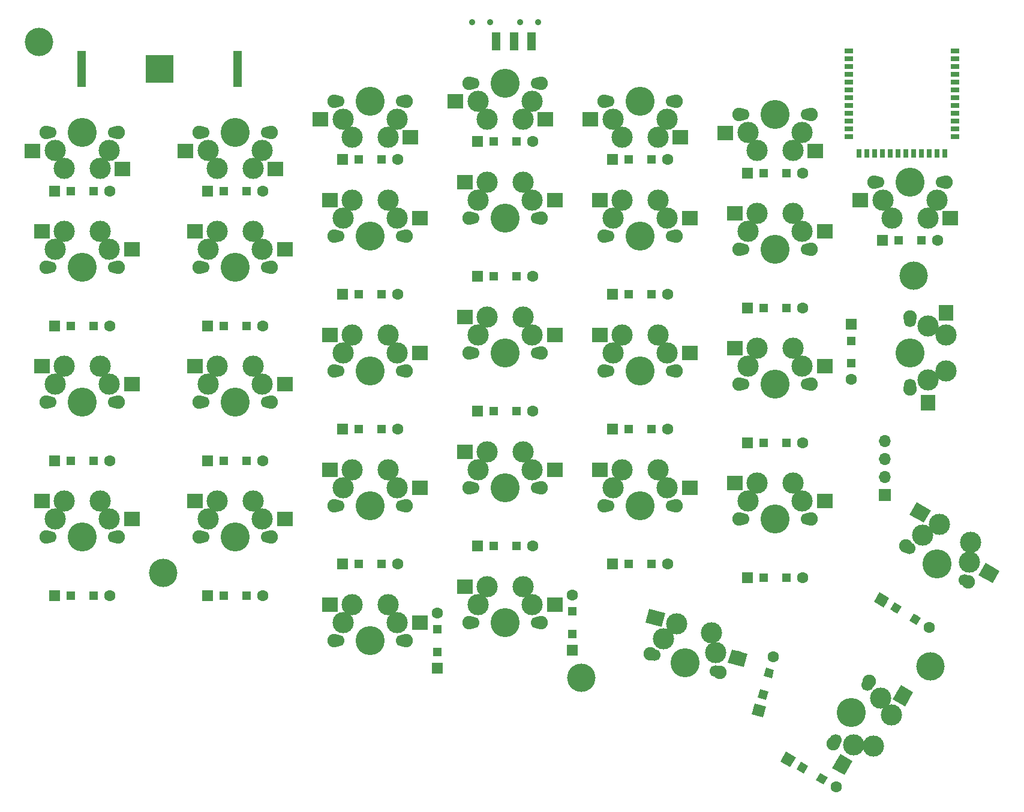
<source format=gts>
G04 #@! TF.GenerationSoftware,KiCad,Pcbnew,(5.1.2)-2*
G04 #@! TF.CreationDate,2019-10-26T12:53:45+08:00*
G04 #@! TF.ProjectId,redox_rev1_routed3,7265646f-785f-4726-9576-315f726f7574,1.0*
G04 #@! TF.SameCoordinates,Original*
G04 #@! TF.FileFunction,Soldermask,Top*
G04 #@! TF.FilePolarity,Negative*
%FSLAX46Y46*%
G04 Gerber Fmt 4.6, Leading zero omitted, Abs format (unit mm)*
G04 Created by KiCad (PCBNEW (5.1.2)-2) date 2019-10-26 12:53:45*
%MOMM*%
%LPD*%
G04 APERTURE LIST*
%ADD10C,4.000000*%
%ADD11C,1.700000*%
%ADD12C,1.900000*%
%ADD13C,4.100000*%
%ADD14C,3.000000*%
%ADD15C,2.000000*%
%ADD16C,0.100000*%
%ADD17R,2.300000X2.000000*%
%ADD18R,2.000000X2.300000*%
%ADD19O,1.700000X1.700000*%
%ADD20R,1.700000X1.700000*%
%ADD21C,1.200000*%
%ADD22C,1.600000*%
%ADD23R,1.198880X0.698500*%
%ADD24R,0.698500X1.198880*%
%ADD25R,1.200000X1.200000*%
%ADD26R,1.600000X1.600000*%
%ADD27R,1.270000X5.080000*%
%ADD28R,3.960000X3.960000*%
%ADD29C,0.900000*%
%ADD30R,1.250000X2.500000*%
G04 APERTURE END LIST*
D10*
X211137500Y-142081250D03*
X85344000Y-53848000D03*
X208756250Y-86868000D03*
X102870000Y-128905000D03*
X161925000Y-143668750D03*
D11*
X180876666Y-142769686D03*
X172183334Y-140440314D03*
D12*
X171623097Y-140290199D03*
X181436903Y-142919801D03*
D13*
X176530000Y-141605000D03*
D14*
X180298252Y-137355497D03*
X180867578Y-140137648D03*
X175391349Y-136040696D03*
X173507223Y-138165448D03*
D15*
X172349376Y-135184191D03*
D16*
G36*
X173719010Y-134515907D02*
G01*
X173201372Y-136447759D01*
X170979742Y-135852475D01*
X171497380Y-133920623D01*
X173719010Y-134515907D01*
X173719010Y-134515907D01*
G37*
D15*
X183959234Y-140924645D03*
D16*
G36*
X185328868Y-140256361D02*
G01*
X184811230Y-142188213D01*
X182589600Y-141592929D01*
X183107238Y-139661077D01*
X185328868Y-140256361D01*
X185328868Y-140256361D01*
G37*
D11*
X95940000Y-123825000D03*
X86940000Y-123825000D03*
D12*
X86360000Y-123825000D03*
X96520000Y-123825000D03*
D13*
X91440000Y-123825000D03*
D14*
X93980000Y-118745000D03*
X95250000Y-121284999D03*
X88900000Y-118745000D03*
X87630000Y-121285000D03*
D17*
X85740000Y-118705000D03*
X98440000Y-121245000D03*
D11*
X95940000Y-104775000D03*
X86940000Y-104775000D03*
D12*
X86360000Y-104775000D03*
X96520000Y-104775000D03*
D13*
X91440000Y-104775000D03*
D14*
X93980000Y-99695000D03*
X95250000Y-102234999D03*
X88900000Y-99695000D03*
X87630000Y-102235000D03*
D17*
X85740000Y-99655000D03*
X98440000Y-102195000D03*
D11*
X95940000Y-85725000D03*
X86940000Y-85725000D03*
D12*
X86360000Y-85725000D03*
X96520000Y-85725000D03*
D13*
X91440000Y-85725000D03*
D14*
X93980000Y-80645000D03*
X95250000Y-83184999D03*
X88900000Y-80645000D03*
X87630000Y-83185000D03*
D17*
X85740000Y-80605000D03*
X98440000Y-83145000D03*
D11*
X86940000Y-66675000D03*
X95940000Y-66675000D03*
D12*
X96520000Y-66675000D03*
X86360000Y-66675000D03*
D13*
X91440000Y-66675000D03*
D14*
X88900000Y-71755000D03*
X87630000Y-69215001D03*
X93980000Y-71755000D03*
X95250000Y-69215000D03*
D17*
X97140000Y-71795000D03*
X84440000Y-69255000D03*
D11*
X155630000Y-135890000D03*
X146630000Y-135890000D03*
D12*
X146050000Y-135890000D03*
X156210000Y-135890000D03*
D13*
X151130000Y-135890000D03*
D14*
X153670000Y-130810000D03*
X154940000Y-133349999D03*
X148590000Y-130810000D03*
X147320000Y-133350000D03*
D17*
X145430000Y-130770000D03*
X158130000Y-133310000D03*
X139080000Y-135850000D03*
X126380000Y-133310000D03*
D14*
X128270000Y-135890000D03*
X129540000Y-133350000D03*
X135890000Y-135889999D03*
X134620000Y-133350000D03*
D13*
X132080000Y-138430000D03*
D12*
X137160000Y-138430000D03*
X127000000Y-138430000D03*
D11*
X127580000Y-138430000D03*
X136580000Y-138430000D03*
X193730000Y-121285000D03*
X184730000Y-121285000D03*
D12*
X184150000Y-121285000D03*
X194310000Y-121285000D03*
D13*
X189230000Y-121285000D03*
D14*
X191770000Y-116205000D03*
X193040000Y-118744999D03*
X186690000Y-116205000D03*
X185420000Y-118745000D03*
D17*
X183530000Y-116165000D03*
X196230000Y-118705000D03*
D11*
X174680000Y-119380000D03*
X165680000Y-119380000D03*
D12*
X165100000Y-119380000D03*
X175260000Y-119380000D03*
D13*
X170180000Y-119380000D03*
D14*
X172720000Y-114300000D03*
X173990000Y-116839999D03*
X167640000Y-114300000D03*
X166370000Y-116840000D03*
D17*
X164480000Y-114260000D03*
X177180000Y-116800000D03*
D11*
X155630000Y-116840000D03*
X146630000Y-116840000D03*
D12*
X146050000Y-116840000D03*
X156210000Y-116840000D03*
D13*
X151130000Y-116840000D03*
D14*
X153670000Y-111760000D03*
X154940000Y-114299999D03*
X148590000Y-111760000D03*
X147320000Y-114300000D03*
D17*
X145430000Y-111720000D03*
X158130000Y-114260000D03*
D11*
X136580000Y-119380000D03*
X127580000Y-119380000D03*
D12*
X127000000Y-119380000D03*
X137160000Y-119380000D03*
D13*
X132080000Y-119380000D03*
D14*
X134620000Y-114300000D03*
X135890000Y-116839999D03*
X129540000Y-114300000D03*
X128270000Y-116840000D03*
D17*
X126380000Y-114260000D03*
X139080000Y-116800000D03*
D11*
X117530000Y-123825000D03*
X108530000Y-123825000D03*
D12*
X107950000Y-123825000D03*
X118110000Y-123825000D03*
D13*
X113030000Y-123825000D03*
D14*
X115570000Y-118745000D03*
X116840000Y-121284999D03*
X110490000Y-118745000D03*
X109220000Y-121285000D03*
D17*
X107330000Y-118705000D03*
X120030000Y-121245000D03*
D11*
X215987114Y-129885000D03*
X208192886Y-125385000D03*
D12*
X207690591Y-125095000D03*
X216489409Y-130175000D03*
D13*
X212090000Y-127635000D03*
D14*
X216829705Y-124505591D03*
X216659557Y-127340295D03*
X212430295Y-121965591D03*
X210060443Y-123530295D03*
D15*
X209713655Y-120350950D03*
D16*
G36*
X211209584Y-120059925D02*
G01*
X210209584Y-121791975D01*
X208217726Y-120641975D01*
X209217726Y-118909925D01*
X211209584Y-120059925D01*
X211209584Y-120059925D01*
G37*
D15*
X219442178Y-128900654D03*
D16*
G36*
X220938107Y-128609629D02*
G01*
X219938107Y-130341679D01*
X217946249Y-129191679D01*
X218946249Y-127459629D01*
X220938107Y-128609629D01*
X220938107Y-128609629D01*
G37*
D11*
X193730000Y-102235000D03*
X184730000Y-102235000D03*
D12*
X184150000Y-102235000D03*
X194310000Y-102235000D03*
D13*
X189230000Y-102235000D03*
D14*
X191770000Y-97155000D03*
X193040000Y-99694999D03*
X186690000Y-97155000D03*
X185420000Y-99695000D03*
D17*
X183530000Y-97115000D03*
X196230000Y-99655000D03*
D11*
X174680000Y-100330000D03*
X165680000Y-100330000D03*
D12*
X165100000Y-100330000D03*
X175260000Y-100330000D03*
D13*
X170180000Y-100330000D03*
D14*
X172720000Y-95250000D03*
X173990000Y-97789999D03*
X167640000Y-95250000D03*
X166370000Y-97790000D03*
D17*
X164480000Y-95210000D03*
X177180000Y-97750000D03*
D11*
X155630000Y-97790000D03*
X146630000Y-97790000D03*
D12*
X146050000Y-97790000D03*
X156210000Y-97790000D03*
D13*
X151130000Y-97790000D03*
D14*
X153670000Y-92710000D03*
X154940000Y-95249999D03*
X148590000Y-92710000D03*
X147320000Y-95250000D03*
D17*
X145430000Y-92670000D03*
X158130000Y-95210000D03*
D11*
X136580000Y-100330000D03*
X127580000Y-100330000D03*
D12*
X127000000Y-100330000D03*
X137160000Y-100330000D03*
D13*
X132080000Y-100330000D03*
D14*
X134620000Y-95250000D03*
X135890000Y-97789999D03*
X129540000Y-95250000D03*
X128270000Y-97790000D03*
D17*
X126380000Y-95210000D03*
X139080000Y-97750000D03*
D11*
X117530000Y-104775000D03*
X108530000Y-104775000D03*
D12*
X107950000Y-104775000D03*
X118110000Y-104775000D03*
D13*
X113030000Y-104775000D03*
D14*
X115570000Y-99695000D03*
X116840000Y-102234999D03*
X110490000Y-99695000D03*
X109220000Y-102235000D03*
D17*
X107330000Y-99655000D03*
X120030000Y-102195000D03*
D11*
X193730000Y-83185000D03*
X184730000Y-83185000D03*
D12*
X184150000Y-83185000D03*
X194310000Y-83185000D03*
D13*
X189230000Y-83185000D03*
D14*
X191770000Y-78105000D03*
X193040000Y-80644999D03*
X186690000Y-78105000D03*
X185420000Y-80645000D03*
D17*
X183530000Y-78065000D03*
X196230000Y-80605000D03*
D11*
X174680000Y-81280000D03*
X165680000Y-81280000D03*
D12*
X165100000Y-81280000D03*
X175260000Y-81280000D03*
D13*
X170180000Y-81280000D03*
D14*
X172720000Y-76200000D03*
X173990000Y-78739999D03*
X167640000Y-76200000D03*
X166370000Y-78740000D03*
D17*
X164480000Y-76160000D03*
X177180000Y-78700000D03*
D11*
X155630000Y-78740000D03*
X146630000Y-78740000D03*
D12*
X146050000Y-78740000D03*
X156210000Y-78740000D03*
D13*
X151130000Y-78740000D03*
D14*
X153670000Y-73660000D03*
X154940000Y-76199999D03*
X148590000Y-73660000D03*
X147320000Y-76200000D03*
D17*
X145430000Y-73620000D03*
X158130000Y-76160000D03*
D11*
X136580000Y-81280000D03*
X127580000Y-81280000D03*
D12*
X127000000Y-81280000D03*
X137160000Y-81280000D03*
D13*
X132080000Y-81280000D03*
D14*
X134620000Y-76200000D03*
X135890000Y-78739999D03*
X129540000Y-76200000D03*
X128270000Y-78740000D03*
D17*
X126380000Y-76160000D03*
X139080000Y-78700000D03*
D11*
X117530000Y-85725000D03*
X108530000Y-85725000D03*
D12*
X107950000Y-85725000D03*
X118110000Y-85725000D03*
D13*
X113030000Y-85725000D03*
D14*
X115570000Y-80645000D03*
X116840000Y-83184999D03*
X110490000Y-80645000D03*
X109220000Y-83185000D03*
D17*
X107330000Y-80605000D03*
X120030000Y-83145000D03*
D11*
X203780000Y-73660000D03*
X212780000Y-73660000D03*
D12*
X213360000Y-73660000D03*
X203200000Y-73660000D03*
D13*
X208280000Y-73660000D03*
D14*
X205740000Y-78740000D03*
X204470000Y-76200001D03*
X210820000Y-78740000D03*
X212090000Y-76200000D03*
D17*
X213980000Y-78780000D03*
X201280000Y-76240000D03*
D11*
X184730000Y-64135000D03*
X193730000Y-64135000D03*
D12*
X194310000Y-64135000D03*
X184150000Y-64135000D03*
D13*
X189230000Y-64135000D03*
D14*
X186690000Y-69215000D03*
X185420000Y-66675001D03*
X191770000Y-69215000D03*
X193040000Y-66675000D03*
D17*
X194930000Y-69255000D03*
X182230000Y-66715000D03*
D11*
X165680000Y-62230000D03*
X174680000Y-62230000D03*
D12*
X175260000Y-62230000D03*
X165100000Y-62230000D03*
D13*
X170180000Y-62230000D03*
D14*
X167640000Y-67310000D03*
X166370000Y-64770001D03*
X172720000Y-67310000D03*
X173990000Y-64770000D03*
D17*
X175880000Y-67350000D03*
X163180000Y-64810000D03*
D11*
X146630000Y-59690000D03*
X155630000Y-59690000D03*
D12*
X156210000Y-59690000D03*
X146050000Y-59690000D03*
D13*
X151130000Y-59690000D03*
D14*
X148590000Y-64770000D03*
X147320000Y-62230001D03*
X153670000Y-64770000D03*
X154940000Y-62230000D03*
D17*
X156830000Y-64810000D03*
X144130000Y-62270000D03*
D11*
X127580000Y-62230000D03*
X136580000Y-62230000D03*
D12*
X137160000Y-62230000D03*
X127000000Y-62230000D03*
D13*
X132080000Y-62230000D03*
D14*
X129540000Y-67310000D03*
X128270000Y-64770001D03*
X134620000Y-67310000D03*
X135890000Y-64770000D03*
D17*
X137780000Y-67350000D03*
X125080000Y-64810000D03*
D11*
X108530000Y-66675000D03*
X117530000Y-66675000D03*
D12*
X118110000Y-66675000D03*
X107950000Y-66675000D03*
D13*
X113030000Y-66675000D03*
D14*
X110490000Y-71755000D03*
X109220000Y-69215001D03*
X115570000Y-71755000D03*
X116840000Y-69215000D03*
D17*
X118730000Y-71795000D03*
X106030000Y-69255000D03*
D11*
X208280000Y-102290000D03*
X208280000Y-93290000D03*
D12*
X208280000Y-92710000D03*
X208280000Y-102870000D03*
D13*
X208280000Y-97790000D03*
D14*
X213360000Y-100330000D03*
X210820001Y-101600000D03*
X213360000Y-95250000D03*
X210820000Y-93980000D03*
D18*
X213400000Y-92090000D03*
X210860000Y-104790000D03*
D11*
X197775000Y-152487114D03*
X202275000Y-144692886D03*
D12*
X202565000Y-144190591D03*
X197485000Y-152989409D03*
D13*
X200025000Y-148590000D03*
D14*
X203154409Y-153329705D03*
X200319705Y-153159557D03*
X205694409Y-148930295D03*
X204129705Y-146560443D03*
D15*
X207309050Y-146213655D03*
D16*
G36*
X207600075Y-147709584D02*
G01*
X205868025Y-146709584D01*
X207018025Y-144717726D01*
X208750075Y-145717726D01*
X207600075Y-147709584D01*
X207600075Y-147709584D01*
G37*
D15*
X198759346Y-155942178D03*
D16*
G36*
X199050371Y-157438107D02*
G01*
X197318321Y-156438107D01*
X198468321Y-154446249D01*
X200200371Y-155446249D01*
X199050371Y-157438107D01*
X199050371Y-157438107D01*
G37*
D19*
X204724000Y-110236000D03*
X204724000Y-112776000D03*
X204724000Y-115316000D03*
D20*
X204724000Y-117856000D03*
D21*
X187552360Y-146047333D03*
D16*
G36*
X187128096Y-145312486D02*
G01*
X188287207Y-145623069D01*
X187976624Y-146782180D01*
X186817513Y-146471597D01*
X187128096Y-145312486D01*
X187128096Y-145312486D01*
G37*
D21*
X188367640Y-143004667D03*
D16*
G36*
X187943376Y-142269820D02*
G01*
X189102487Y-142580403D01*
X188791904Y-143739514D01*
X187632793Y-143428931D01*
X187943376Y-142269820D01*
X187943376Y-142269820D01*
G37*
D22*
X188969394Y-140758889D03*
X186950606Y-148293111D03*
D16*
G36*
X186384921Y-147313315D02*
G01*
X187930402Y-147727426D01*
X187516291Y-149272907D01*
X185970810Y-148858796D01*
X186384921Y-147313315D01*
X186384921Y-147313315D01*
G37*
D21*
X193105010Y-156374500D03*
D16*
G36*
X193924625Y-156154885D02*
G01*
X193324625Y-157194115D01*
X192285395Y-156594115D01*
X192885395Y-155554885D01*
X193924625Y-156154885D01*
X193924625Y-156154885D01*
G37*
D21*
X195832990Y-157949500D03*
D16*
G36*
X196652605Y-157729885D02*
G01*
X196052605Y-158769115D01*
X195013375Y-158169115D01*
X195613375Y-157129885D01*
X196652605Y-157729885D01*
X196652605Y-157729885D01*
G37*
D22*
X197846499Y-159112000D03*
X191091501Y-155212000D03*
D16*
G36*
X192184321Y-154919180D02*
G01*
X191384321Y-156304820D01*
X189998681Y-155504820D01*
X190798681Y-154119180D01*
X192184321Y-154919180D01*
X192184321Y-154919180D01*
G37*
D23*
X199670920Y-67246500D03*
X214667080Y-60647580D03*
X214667080Y-59547760D03*
D24*
X201121260Y-69596000D03*
D23*
X199670920Y-65046860D03*
X199670920Y-63947040D03*
X199670920Y-62847220D03*
X199670920Y-61747400D03*
X199670920Y-60647580D03*
X199670920Y-59547760D03*
X199670920Y-58447940D03*
X199670920Y-57348120D03*
X199670920Y-56248300D03*
X214667080Y-55148480D03*
X214667080Y-56248300D03*
X214667080Y-57348120D03*
X214667080Y-58447940D03*
X214667080Y-61747400D03*
X214667080Y-62847220D03*
X214667080Y-63947040D03*
X214667080Y-65046860D03*
X214667080Y-66146680D03*
X214667080Y-67246500D03*
D24*
X213216740Y-69596000D03*
X212116920Y-69596000D03*
X211017100Y-69596000D03*
X209917280Y-69596000D03*
X208817460Y-69596000D03*
X207717640Y-69596000D03*
X206620360Y-69596000D03*
X205520540Y-69596000D03*
X204420720Y-69596000D03*
X203320900Y-69596000D03*
X202221080Y-69596000D03*
D23*
X199670920Y-55148480D03*
X199670920Y-66146680D03*
D25*
X89865000Y-74930000D03*
X93015000Y-74930000D03*
D22*
X95340000Y-74930000D03*
D26*
X87540000Y-74930000D03*
D25*
X111455000Y-74930000D03*
X114605000Y-74930000D03*
D22*
X116930000Y-74930000D03*
D26*
X109130000Y-74930000D03*
D25*
X130505000Y-70485000D03*
X133655000Y-70485000D03*
D22*
X135980000Y-70485000D03*
D26*
X128180000Y-70485000D03*
D25*
X149555000Y-67945000D03*
X152705000Y-67945000D03*
D22*
X155030000Y-67945000D03*
D26*
X147230000Y-67945000D03*
D25*
X168605000Y-70485000D03*
X171755000Y-70485000D03*
D22*
X174080000Y-70485000D03*
D26*
X166280000Y-70485000D03*
D25*
X187655000Y-72390000D03*
X190805000Y-72390000D03*
D22*
X193130000Y-72390000D03*
D26*
X185330000Y-72390000D03*
D25*
X206705000Y-81915000D03*
X209855000Y-81915000D03*
D22*
X212180000Y-81915000D03*
D26*
X204380000Y-81915000D03*
D25*
X89865000Y-93980000D03*
X93015000Y-93980000D03*
D22*
X95340000Y-93980000D03*
D26*
X87540000Y-93980000D03*
D25*
X111455000Y-93980000D03*
X114605000Y-93980000D03*
D22*
X116930000Y-93980000D03*
D26*
X109130000Y-93980000D03*
D25*
X130505000Y-89535000D03*
X133655000Y-89535000D03*
D22*
X135980000Y-89535000D03*
D26*
X128180000Y-89535000D03*
D25*
X149555000Y-86995000D03*
X152705000Y-86995000D03*
D22*
X155030000Y-86995000D03*
D26*
X147230000Y-86995000D03*
D25*
X168605000Y-89535000D03*
X171755000Y-89535000D03*
D22*
X174080000Y-89535000D03*
D26*
X166280000Y-89535000D03*
D25*
X187655000Y-91440000D03*
X190805000Y-91440000D03*
D22*
X193130000Y-91440000D03*
D26*
X185330000Y-91440000D03*
X200025000Y-93731200D03*
D22*
X200025000Y-101531200D03*
D25*
X200025000Y-99206200D03*
X200025000Y-96056200D03*
X89865000Y-113030000D03*
X93015000Y-113030000D03*
D22*
X95340000Y-113030000D03*
D26*
X87540000Y-113030000D03*
D25*
X111455000Y-113030000D03*
X114605000Y-113030000D03*
D22*
X116930000Y-113030000D03*
D26*
X109130000Y-113030000D03*
D25*
X130505000Y-108585000D03*
X133655000Y-108585000D03*
D22*
X135980000Y-108585000D03*
D26*
X128180000Y-108585000D03*
D25*
X149555000Y-106045000D03*
X152705000Y-106045000D03*
D22*
X155030000Y-106045000D03*
D26*
X147230000Y-106045000D03*
D25*
X168605000Y-108585000D03*
X171755000Y-108585000D03*
D22*
X174080000Y-108585000D03*
D26*
X166280000Y-108585000D03*
D25*
X187655000Y-110490000D03*
X190805000Y-110490000D03*
D22*
X193130000Y-110490000D03*
D26*
X185330000Y-110490000D03*
D21*
X206281010Y-133832500D03*
D16*
G36*
X207100625Y-133612885D02*
G01*
X206500625Y-134652115D01*
X205461395Y-134052115D01*
X206061395Y-133012885D01*
X207100625Y-133612885D01*
X207100625Y-133612885D01*
G37*
D21*
X209008990Y-135407500D03*
D16*
G36*
X209828605Y-135187885D02*
G01*
X209228605Y-136227115D01*
X208189375Y-135627115D01*
X208789375Y-134587885D01*
X209828605Y-135187885D01*
X209828605Y-135187885D01*
G37*
D22*
X211022499Y-136570000D03*
X204267501Y-132670000D03*
D16*
G36*
X205360321Y-132377180D02*
G01*
X204560321Y-133762820D01*
X203174681Y-132962820D01*
X203974681Y-131577180D01*
X205360321Y-132377180D01*
X205360321Y-132377180D01*
G37*
D25*
X89865000Y-132080000D03*
X93015000Y-132080000D03*
D22*
X95340000Y-132080000D03*
D26*
X87540000Y-132080000D03*
D25*
X111455000Y-132080000D03*
X114605000Y-132080000D03*
D22*
X116930000Y-132080000D03*
D26*
X109130000Y-132080000D03*
D25*
X130505000Y-127635000D03*
X133655000Y-127635000D03*
D22*
X135980000Y-127635000D03*
D26*
X128180000Y-127635000D03*
D25*
X149555000Y-125095000D03*
X152705000Y-125095000D03*
D22*
X155030000Y-125095000D03*
D26*
X147230000Y-125095000D03*
D25*
X168605000Y-127635000D03*
X171755000Y-127635000D03*
D22*
X174080000Y-127635000D03*
D26*
X166280000Y-127635000D03*
D25*
X187655000Y-129540000D03*
X190805000Y-129540000D03*
D22*
X193130000Y-129540000D03*
D26*
X185330000Y-129540000D03*
D25*
X141605000Y-140005000D03*
X141605000Y-136855000D03*
D22*
X141605000Y-134530000D03*
D26*
X141605000Y-142330000D03*
D25*
X160655000Y-137465000D03*
X160655000Y-134315000D03*
D22*
X160655000Y-131990000D03*
D26*
X160655000Y-139790000D03*
D27*
X113347000Y-57658000D03*
X91377000Y-57658000D03*
D28*
X102362000Y-57658000D03*
D29*
X146460000Y-51054000D03*
X153260000Y-51054000D03*
X149000000Y-51054000D03*
X155800000Y-51054000D03*
D30*
X149900000Y-53804000D03*
X152400000Y-53804000D03*
X154900000Y-53804000D03*
M02*

</source>
